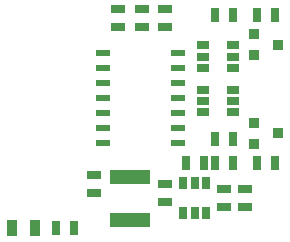
<source format=gbr>
G04 #@! TF.GenerationSoftware,KiCad,Pcbnew,5.0.2*
G04 #@! TF.CreationDate,2020-07-19T07:30:29+02:00*
G04 #@! TF.ProjectId,pmod-ps2,706d6f64-2d70-4733-922e-6b696361645f,1*
G04 #@! TF.SameCoordinates,Original*
G04 #@! TF.FileFunction,Paste,Top*
G04 #@! TF.FilePolarity,Positive*
%FSLAX46Y46*%
G04 Gerber Fmt 4.6, Leading zero omitted, Abs format (unit mm)*
G04 Created by KiCad (PCBNEW 5.0.2) date dim. 19 juil. 2020 07:30:29 CEST*
%MOMM*%
%LPD*%
G01*
G04 APERTURE LIST*
%ADD10R,0.889000X1.397000*%
%ADD11R,0.635000X1.143000*%
%ADD12R,0.701040X1.000760*%
%ADD13R,1.143000X0.635000*%
%ADD14R,3.400000X1.300000*%
%ADD15R,0.914400X0.914400*%
%ADD16R,1.000760X0.701040*%
%ADD17R,1.143000X0.508000*%
G04 APERTURE END LIST*
D10*
G04 #@! TO.C,C1*
X132952500Y-114000000D03*
X131047500Y-114000000D03*
G04 #@! TD*
D11*
G04 #@! TO.C,L1*
X134738000Y-114000000D03*
X136262000Y-114000000D03*
G04 #@! TD*
D12*
G04 #@! TO.C,U2*
X145547500Y-110230000D03*
X146500000Y-110230000D03*
X147452500Y-110230000D03*
X147452500Y-112770000D03*
X146500000Y-112770000D03*
X145547500Y-112770000D03*
G04 #@! TD*
D13*
G04 #@! TO.C,C2*
X138000000Y-111012000D03*
X138000000Y-109488000D03*
G04 #@! TD*
D14*
G04 #@! TO.C,L2*
X141000000Y-109700000D03*
X141000000Y-113300000D03*
G04 #@! TD*
D13*
G04 #@! TO.C,C3*
X144000000Y-110238000D03*
X144000000Y-111762000D03*
G04 #@! TD*
D11*
G04 #@! TO.C,R1*
X149762000Y-108500000D03*
X148238000Y-108500000D03*
G04 #@! TD*
G04 #@! TO.C,R2*
X145728000Y-108500000D03*
X147252000Y-108500000D03*
G04 #@! TD*
D13*
G04 #@! TO.C,C4*
X149000000Y-110738000D03*
X149000000Y-112262000D03*
G04 #@! TD*
G04 #@! TO.C,C5*
X150750000Y-112262000D03*
X150750000Y-110738000D03*
G04 #@! TD*
D15*
G04 #@! TO.C,Q1*
X153516000Y-106000000D03*
X151484000Y-105111000D03*
X151484000Y-106889000D03*
G04 #@! TD*
G04 #@! TO.C,Q2*
X151484000Y-99389000D03*
X151484000Y-97611000D03*
X153516000Y-98500000D03*
G04 #@! TD*
D11*
G04 #@! TO.C,R3*
X153262000Y-108500000D03*
X151738000Y-108500000D03*
G04 #@! TD*
G04 #@! TO.C,R4*
X153262000Y-96000000D03*
X151738000Y-96000000D03*
G04 #@! TD*
G04 #@! TO.C,R5*
X148238000Y-106500000D03*
X149762000Y-106500000D03*
G04 #@! TD*
G04 #@! TO.C,R6*
X149762000Y-96000000D03*
X148238000Y-96000000D03*
G04 #@! TD*
D16*
G04 #@! TO.C,U3*
X147230000Y-102297500D03*
X147230000Y-103250000D03*
X147230000Y-104202500D03*
X149770000Y-104202500D03*
X149770000Y-103250000D03*
X149770000Y-102297500D03*
G04 #@! TD*
G04 #@! TO.C,U4*
X149770000Y-98547500D03*
X149770000Y-99500000D03*
X149770000Y-100452500D03*
X147230000Y-100452500D03*
X147230000Y-99500000D03*
X147230000Y-98547500D03*
G04 #@! TD*
D17*
G04 #@! TO.C,U1*
X138698000Y-99190000D03*
X138698000Y-100460000D03*
X138698000Y-101730000D03*
X138698000Y-103000000D03*
X138698000Y-104270000D03*
X138698000Y-105540000D03*
X138698000Y-106810000D03*
X145048000Y-106810000D03*
X145048000Y-105540000D03*
X145048000Y-103000000D03*
X145048000Y-101730000D03*
X145048000Y-100460000D03*
X145048000Y-99190000D03*
X145048000Y-104270000D03*
G04 #@! TD*
D13*
G04 #@! TO.C,C6*
X144000000Y-97012000D03*
X144000000Y-95488000D03*
G04 #@! TD*
G04 #@! TO.C,C7*
X140000000Y-95488000D03*
X140000000Y-97012000D03*
G04 #@! TD*
G04 #@! TO.C,R7*
X142000000Y-97012000D03*
X142000000Y-95488000D03*
G04 #@! TD*
M02*

</source>
